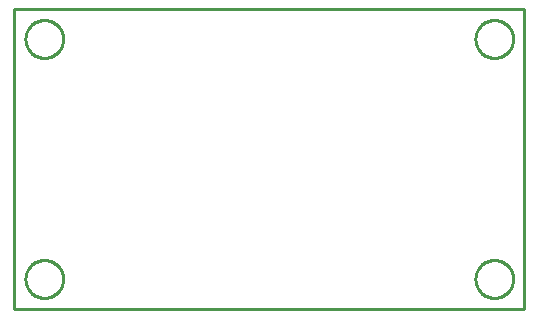
<source format=gbr>
G04 EAGLE Gerber RS-274X export*
G75*
%MOMM*%
%FSLAX34Y34*%
%LPD*%
%IN*%
%IPPOS*%
%AMOC8*
5,1,8,0,0,1.08239X$1,22.5*%
G01*
%ADD10C,0.254000*%


D10*
X12700Y38100D02*
X444500Y38100D01*
X444500Y292100D01*
X12700Y292100D01*
X12700Y38100D01*
X54100Y62976D02*
X54032Y61931D01*
X53895Y60892D01*
X53690Y59865D01*
X53419Y58853D01*
X53083Y57861D01*
X52682Y56893D01*
X52218Y55954D01*
X51695Y55046D01*
X51113Y54175D01*
X50475Y53344D01*
X49784Y52557D01*
X49043Y51816D01*
X48256Y51125D01*
X47425Y50488D01*
X46554Y49906D01*
X45646Y49382D01*
X44707Y48918D01*
X43739Y48517D01*
X42747Y48181D01*
X41735Y47910D01*
X40708Y47705D01*
X39669Y47569D01*
X38624Y47500D01*
X37576Y47500D01*
X36531Y47569D01*
X35492Y47705D01*
X34465Y47910D01*
X33453Y48181D01*
X32461Y48517D01*
X31493Y48918D01*
X30554Y49382D01*
X29646Y49906D01*
X28775Y50488D01*
X27944Y51125D01*
X27157Y51816D01*
X26416Y52557D01*
X25725Y53344D01*
X25088Y54175D01*
X24506Y55046D01*
X23982Y55954D01*
X23518Y56893D01*
X23117Y57861D01*
X22781Y58853D01*
X22510Y59865D01*
X22305Y60892D01*
X22169Y61931D01*
X22100Y62976D01*
X22100Y64024D01*
X22169Y65069D01*
X22305Y66108D01*
X22510Y67135D01*
X22781Y68147D01*
X23117Y69139D01*
X23518Y70107D01*
X23982Y71046D01*
X24506Y71954D01*
X25088Y72825D01*
X25725Y73656D01*
X26416Y74443D01*
X27157Y75184D01*
X27944Y75875D01*
X28775Y76513D01*
X29646Y77095D01*
X30554Y77618D01*
X31493Y78082D01*
X32461Y78483D01*
X33453Y78819D01*
X34465Y79090D01*
X35492Y79295D01*
X36531Y79432D01*
X37576Y79500D01*
X38624Y79500D01*
X39669Y79432D01*
X40708Y79295D01*
X41735Y79090D01*
X42747Y78819D01*
X43739Y78483D01*
X44707Y78082D01*
X45646Y77618D01*
X46554Y77095D01*
X47425Y76513D01*
X48256Y75875D01*
X49043Y75184D01*
X49784Y74443D01*
X50475Y73656D01*
X51113Y72825D01*
X51695Y71954D01*
X52218Y71046D01*
X52682Y70107D01*
X53083Y69139D01*
X53419Y68147D01*
X53690Y67135D01*
X53895Y66108D01*
X54032Y65069D01*
X54100Y64024D01*
X54100Y62976D01*
X54100Y266176D02*
X54032Y265131D01*
X53895Y264092D01*
X53690Y263065D01*
X53419Y262053D01*
X53083Y261061D01*
X52682Y260093D01*
X52218Y259154D01*
X51695Y258246D01*
X51113Y257375D01*
X50475Y256544D01*
X49784Y255757D01*
X49043Y255016D01*
X48256Y254325D01*
X47425Y253688D01*
X46554Y253106D01*
X45646Y252582D01*
X44707Y252118D01*
X43739Y251717D01*
X42747Y251381D01*
X41735Y251110D01*
X40708Y250905D01*
X39669Y250769D01*
X38624Y250700D01*
X37576Y250700D01*
X36531Y250769D01*
X35492Y250905D01*
X34465Y251110D01*
X33453Y251381D01*
X32461Y251717D01*
X31493Y252118D01*
X30554Y252582D01*
X29646Y253106D01*
X28775Y253688D01*
X27944Y254325D01*
X27157Y255016D01*
X26416Y255757D01*
X25725Y256544D01*
X25088Y257375D01*
X24506Y258246D01*
X23982Y259154D01*
X23518Y260093D01*
X23117Y261061D01*
X22781Y262053D01*
X22510Y263065D01*
X22305Y264092D01*
X22169Y265131D01*
X22100Y266176D01*
X22100Y267224D01*
X22169Y268269D01*
X22305Y269308D01*
X22510Y270335D01*
X22781Y271347D01*
X23117Y272339D01*
X23518Y273307D01*
X23982Y274246D01*
X24506Y275154D01*
X25088Y276025D01*
X25725Y276856D01*
X26416Y277643D01*
X27157Y278384D01*
X27944Y279075D01*
X28775Y279713D01*
X29646Y280295D01*
X30554Y280818D01*
X31493Y281282D01*
X32461Y281683D01*
X33453Y282019D01*
X34465Y282290D01*
X35492Y282495D01*
X36531Y282632D01*
X37576Y282700D01*
X38624Y282700D01*
X39669Y282632D01*
X40708Y282495D01*
X41735Y282290D01*
X42747Y282019D01*
X43739Y281683D01*
X44707Y281282D01*
X45646Y280818D01*
X46554Y280295D01*
X47425Y279713D01*
X48256Y279075D01*
X49043Y278384D01*
X49784Y277643D01*
X50475Y276856D01*
X51113Y276025D01*
X51695Y275154D01*
X52218Y274246D01*
X52682Y273307D01*
X53083Y272339D01*
X53419Y271347D01*
X53690Y270335D01*
X53895Y269308D01*
X54032Y268269D01*
X54100Y267224D01*
X54100Y266176D01*
X435100Y62976D02*
X435032Y61931D01*
X434895Y60892D01*
X434690Y59865D01*
X434419Y58853D01*
X434083Y57861D01*
X433682Y56893D01*
X433218Y55954D01*
X432695Y55046D01*
X432113Y54175D01*
X431475Y53344D01*
X430784Y52557D01*
X430043Y51816D01*
X429256Y51125D01*
X428425Y50488D01*
X427554Y49906D01*
X426646Y49382D01*
X425707Y48918D01*
X424739Y48517D01*
X423747Y48181D01*
X422735Y47910D01*
X421708Y47705D01*
X420669Y47569D01*
X419624Y47500D01*
X418576Y47500D01*
X417531Y47569D01*
X416492Y47705D01*
X415465Y47910D01*
X414453Y48181D01*
X413461Y48517D01*
X412493Y48918D01*
X411554Y49382D01*
X410646Y49906D01*
X409775Y50488D01*
X408944Y51125D01*
X408157Y51816D01*
X407416Y52557D01*
X406725Y53344D01*
X406088Y54175D01*
X405506Y55046D01*
X404982Y55954D01*
X404518Y56893D01*
X404117Y57861D01*
X403781Y58853D01*
X403510Y59865D01*
X403305Y60892D01*
X403169Y61931D01*
X403100Y62976D01*
X403100Y64024D01*
X403169Y65069D01*
X403305Y66108D01*
X403510Y67135D01*
X403781Y68147D01*
X404117Y69139D01*
X404518Y70107D01*
X404982Y71046D01*
X405506Y71954D01*
X406088Y72825D01*
X406725Y73656D01*
X407416Y74443D01*
X408157Y75184D01*
X408944Y75875D01*
X409775Y76513D01*
X410646Y77095D01*
X411554Y77618D01*
X412493Y78082D01*
X413461Y78483D01*
X414453Y78819D01*
X415465Y79090D01*
X416492Y79295D01*
X417531Y79432D01*
X418576Y79500D01*
X419624Y79500D01*
X420669Y79432D01*
X421708Y79295D01*
X422735Y79090D01*
X423747Y78819D01*
X424739Y78483D01*
X425707Y78082D01*
X426646Y77618D01*
X427554Y77095D01*
X428425Y76513D01*
X429256Y75875D01*
X430043Y75184D01*
X430784Y74443D01*
X431475Y73656D01*
X432113Y72825D01*
X432695Y71954D01*
X433218Y71046D01*
X433682Y70107D01*
X434083Y69139D01*
X434419Y68147D01*
X434690Y67135D01*
X434895Y66108D01*
X435032Y65069D01*
X435100Y64024D01*
X435100Y62976D01*
X435100Y266176D02*
X435032Y265131D01*
X434895Y264092D01*
X434690Y263065D01*
X434419Y262053D01*
X434083Y261061D01*
X433682Y260093D01*
X433218Y259154D01*
X432695Y258246D01*
X432113Y257375D01*
X431475Y256544D01*
X430784Y255757D01*
X430043Y255016D01*
X429256Y254325D01*
X428425Y253688D01*
X427554Y253106D01*
X426646Y252582D01*
X425707Y252118D01*
X424739Y251717D01*
X423747Y251381D01*
X422735Y251110D01*
X421708Y250905D01*
X420669Y250769D01*
X419624Y250700D01*
X418576Y250700D01*
X417531Y250769D01*
X416492Y250905D01*
X415465Y251110D01*
X414453Y251381D01*
X413461Y251717D01*
X412493Y252118D01*
X411554Y252582D01*
X410646Y253106D01*
X409775Y253688D01*
X408944Y254325D01*
X408157Y255016D01*
X407416Y255757D01*
X406725Y256544D01*
X406088Y257375D01*
X405506Y258246D01*
X404982Y259154D01*
X404518Y260093D01*
X404117Y261061D01*
X403781Y262053D01*
X403510Y263065D01*
X403305Y264092D01*
X403169Y265131D01*
X403100Y266176D01*
X403100Y267224D01*
X403169Y268269D01*
X403305Y269308D01*
X403510Y270335D01*
X403781Y271347D01*
X404117Y272339D01*
X404518Y273307D01*
X404982Y274246D01*
X405506Y275154D01*
X406088Y276025D01*
X406725Y276856D01*
X407416Y277643D01*
X408157Y278384D01*
X408944Y279075D01*
X409775Y279713D01*
X410646Y280295D01*
X411554Y280818D01*
X412493Y281282D01*
X413461Y281683D01*
X414453Y282019D01*
X415465Y282290D01*
X416492Y282495D01*
X417531Y282632D01*
X418576Y282700D01*
X419624Y282700D01*
X420669Y282632D01*
X421708Y282495D01*
X422735Y282290D01*
X423747Y282019D01*
X424739Y281683D01*
X425707Y281282D01*
X426646Y280818D01*
X427554Y280295D01*
X428425Y279713D01*
X429256Y279075D01*
X430043Y278384D01*
X430784Y277643D01*
X431475Y276856D01*
X432113Y276025D01*
X432695Y275154D01*
X433218Y274246D01*
X433682Y273307D01*
X434083Y272339D01*
X434419Y271347D01*
X434690Y270335D01*
X434895Y269308D01*
X435032Y268269D01*
X435100Y267224D01*
X435100Y266176D01*
M02*

</source>
